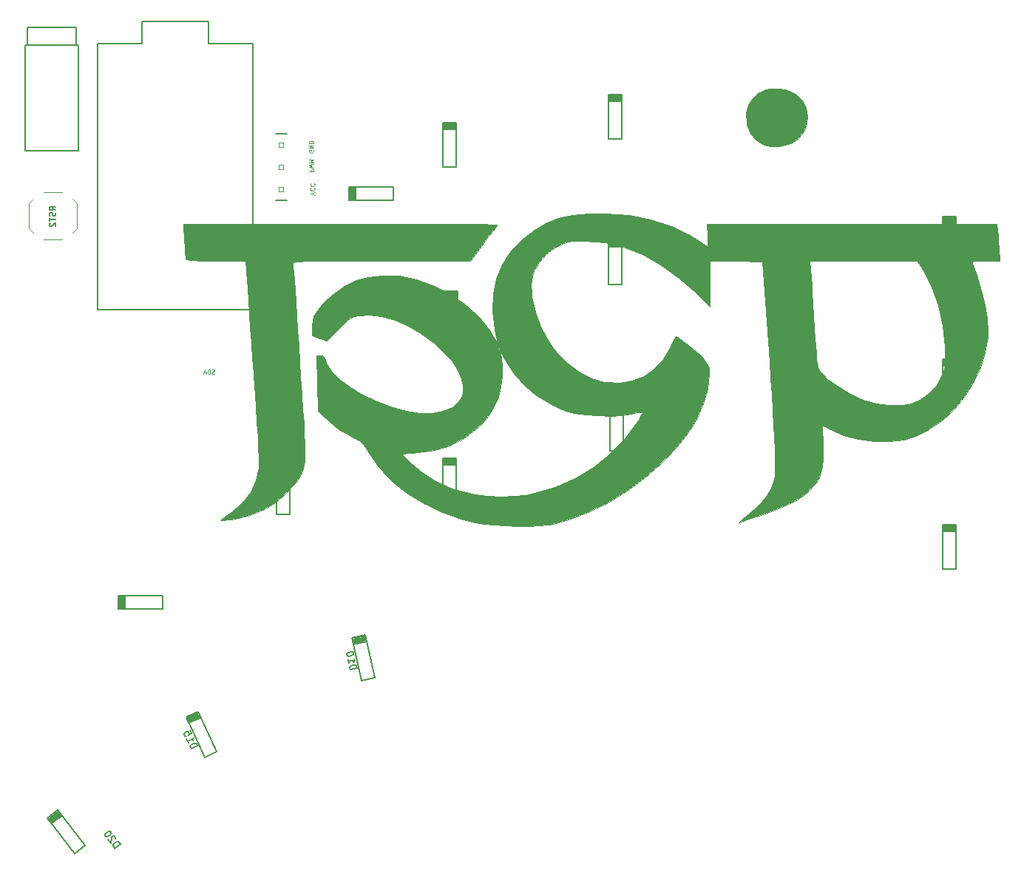
<source format=gbr>
%TF.GenerationSoftware,KiCad,Pcbnew,(5.1.7)-1*%
%TF.CreationDate,2021-07-11T12:46:22+05:30*%
%TF.ProjectId,Pankh,50616e6b-682e-46b6-9963-61645f706362,rev?*%
%TF.SameCoordinates,Original*%
%TF.FileFunction,Legend,Bot*%
%TF.FilePolarity,Positive*%
%FSLAX46Y46*%
G04 Gerber Fmt 4.6, Leading zero omitted, Abs format (unit mm)*
G04 Created by KiCad (PCBNEW (5.1.7)-1) date 2021-07-11 12:46:22*
%MOMM*%
%LPD*%
G01*
G04 APERTURE LIST*
%ADD10C,0.125000*%
%ADD11C,0.010000*%
%ADD12C,0.150000*%
%ADD13C,0.120000*%
%ADD14C,0.203200*%
%ADD15C,0.066040*%
G04 APERTURE END LIST*
D10*
X124412787Y-68023893D02*
X123912787Y-67857227D01*
X124412787Y-67690560D01*
X123960406Y-67238179D02*
X123936597Y-67261988D01*
X123912787Y-67333417D01*
X123912787Y-67381036D01*
X123936597Y-67452465D01*
X123984216Y-67500084D01*
X124031835Y-67523893D01*
X124127073Y-67547703D01*
X124198501Y-67547703D01*
X124293739Y-67523893D01*
X124341358Y-67500084D01*
X124388978Y-67452465D01*
X124412787Y-67381036D01*
X124412787Y-67333417D01*
X124388978Y-67261988D01*
X124365168Y-67238179D01*
X123960406Y-66738179D02*
X123936597Y-66761988D01*
X123912787Y-66833417D01*
X123912787Y-66881036D01*
X123936597Y-66952465D01*
X123984216Y-67000084D01*
X124031835Y-67023893D01*
X124127073Y-67047703D01*
X124198501Y-67047703D01*
X124293739Y-67023893D01*
X124341358Y-67000084D01*
X124388978Y-66952465D01*
X124412787Y-66881036D01*
X124412787Y-66833417D01*
X124388978Y-66761988D01*
X124365168Y-66738179D01*
X123785786Y-65392607D02*
X124285786Y-65392607D01*
X124285786Y-65202131D01*
X124261977Y-65154512D01*
X124238167Y-65130703D01*
X124190548Y-65106893D01*
X124119119Y-65106893D01*
X124071500Y-65130703D01*
X124047691Y-65154512D01*
X124023881Y-65202131D01*
X124023881Y-65392607D01*
X124285786Y-64940227D02*
X123785786Y-64821179D01*
X124142929Y-64725941D01*
X123785786Y-64630703D01*
X124285786Y-64511655D01*
X123785786Y-64321179D02*
X124285786Y-64321179D01*
X123928643Y-64154512D01*
X124285786Y-63987846D01*
X123785786Y-63987846D01*
X124261979Y-62912180D02*
X124285788Y-62959799D01*
X124285788Y-63031228D01*
X124261979Y-63102656D01*
X124214359Y-63150275D01*
X124166740Y-63174085D01*
X124071502Y-63197894D01*
X124000074Y-63197894D01*
X123904836Y-63174085D01*
X123857217Y-63150275D01*
X123809598Y-63102656D01*
X123785788Y-63031228D01*
X123785788Y-62983608D01*
X123809598Y-62912180D01*
X123833407Y-62888370D01*
X124000074Y-62888370D01*
X124000074Y-62983608D01*
X123785788Y-62674085D02*
X124285788Y-62674085D01*
X123785788Y-62388370D01*
X124285788Y-62388370D01*
X123785788Y-62150275D02*
X124285788Y-62150275D01*
X124285788Y-62031228D01*
X124261979Y-61959799D01*
X124214359Y-61912180D01*
X124166740Y-61888370D01*
X124071502Y-61864561D01*
X124000074Y-61864561D01*
X123904836Y-61888370D01*
X123857217Y-61912180D01*
X123809598Y-61959799D01*
X123785788Y-62031228D01*
X123785788Y-62150275D01*
X112935118Y-88514608D02*
X112863690Y-88538418D01*
X112744642Y-88538418D01*
X112697023Y-88514608D01*
X112673214Y-88490799D01*
X112649404Y-88443180D01*
X112649404Y-88395561D01*
X112673214Y-88347942D01*
X112697023Y-88324132D01*
X112744642Y-88300323D01*
X112839880Y-88276513D01*
X112887499Y-88252704D01*
X112911309Y-88228894D01*
X112935118Y-88181275D01*
X112935118Y-88133656D01*
X112911309Y-88086037D01*
X112887499Y-88062228D01*
X112839880Y-88038418D01*
X112720833Y-88038418D01*
X112649404Y-88062228D01*
X112435118Y-88538418D02*
X112435118Y-88038418D01*
X112316071Y-88038418D01*
X112244642Y-88062228D01*
X112197023Y-88109847D01*
X112173214Y-88157466D01*
X112149404Y-88252704D01*
X112149404Y-88324132D01*
X112173214Y-88419370D01*
X112197023Y-88466989D01*
X112244642Y-88514608D01*
X112316071Y-88538418D01*
X112435118Y-88538418D01*
X111958928Y-88395561D02*
X111720833Y-88395561D01*
X112006547Y-88538418D02*
X111839880Y-88038418D01*
X111673214Y-88538418D01*
D11*
%TO.C,LOGO2*%
G36*
X176618831Y-55892969D02*
G01*
X176094080Y-55991405D01*
X175599709Y-56204633D01*
X175368865Y-56334446D01*
X174552710Y-56964618D01*
X174036937Y-57731688D01*
X173814353Y-58653659D01*
X173877764Y-59748529D01*
X173918570Y-59963311D01*
X174270580Y-60909638D01*
X174861689Y-61660200D01*
X175640268Y-62192934D01*
X176554689Y-62485777D01*
X177553321Y-62516665D01*
X178584537Y-62263534D01*
X178936064Y-62107522D01*
X179792382Y-61517053D01*
X180397115Y-60762010D01*
X180746873Y-59900415D01*
X180838266Y-58990288D01*
X180667904Y-58089649D01*
X180232397Y-57256519D01*
X179528356Y-56548919D01*
X179271052Y-56373980D01*
X178751504Y-56090927D01*
X178259948Y-55939278D01*
X177644722Y-55879982D01*
X177326746Y-55873345D01*
X176618831Y-55892969D01*
G37*
X176618831Y-55892969D02*
X176094080Y-55991405D01*
X175599709Y-56204633D01*
X175368865Y-56334446D01*
X174552710Y-56964618D01*
X174036937Y-57731688D01*
X173814353Y-58653659D01*
X173877764Y-59748529D01*
X173918570Y-59963311D01*
X174270580Y-60909638D01*
X174861689Y-61660200D01*
X175640268Y-62192934D01*
X176554689Y-62485777D01*
X177553321Y-62516665D01*
X178584537Y-62263534D01*
X178936064Y-62107522D01*
X179792382Y-61517053D01*
X180397115Y-60762010D01*
X180746873Y-59900415D01*
X180838266Y-58990288D01*
X180667904Y-58089649D01*
X180232397Y-57256519D01*
X179528356Y-56548919D01*
X179271052Y-56373980D01*
X178751504Y-56090927D01*
X178259948Y-55939278D01*
X177644722Y-55879982D01*
X177326746Y-55873345D01*
X176618831Y-55892969D01*
G36*
X109487668Y-73247058D02*
G01*
X109534125Y-74031069D01*
X109582209Y-74698698D01*
X109625776Y-75172105D01*
X109654692Y-75363724D01*
X109764827Y-75440302D01*
X110063689Y-75497586D01*
X110584362Y-75537602D01*
X111359928Y-75562375D01*
X112423470Y-75573932D01*
X113111949Y-75575391D01*
X116503930Y-75575391D01*
X116515133Y-76041058D01*
X116529256Y-76287899D01*
X116566211Y-76842624D01*
X116623868Y-77675370D01*
X116700093Y-78756275D01*
X116792753Y-80055478D01*
X116899718Y-81543117D01*
X117018854Y-83189329D01*
X117148028Y-84964253D01*
X117285109Y-86838027D01*
X117322248Y-87344058D01*
X117508994Y-89926466D01*
X117665684Y-92180255D01*
X117792808Y-94114091D01*
X117890854Y-95736640D01*
X117960310Y-97056569D01*
X118001666Y-98082544D01*
X118015411Y-98823233D01*
X118002031Y-99287302D01*
X117998055Y-99330369D01*
X117680996Y-100768155D01*
X117047390Y-102103898D01*
X116108468Y-103320733D01*
X114875462Y-104401795D01*
X114403344Y-104727570D01*
X113950059Y-105038937D01*
X113673882Y-105262136D01*
X113626280Y-105354798D01*
X113641344Y-105354889D01*
X113930191Y-105323080D01*
X114432825Y-105264603D01*
X114895263Y-105209523D01*
X116745583Y-104830046D01*
X118473472Y-104144072D01*
X119796066Y-103364057D01*
X120404190Y-102884792D01*
X121086497Y-102245228D01*
X121749162Y-101543014D01*
X122298360Y-100875794D01*
X122564344Y-100483044D01*
X122740965Y-100180728D01*
X122892029Y-99902368D01*
X123017751Y-99621610D01*
X123118352Y-99312103D01*
X123194048Y-98947494D01*
X123245057Y-98501430D01*
X123271598Y-97947559D01*
X123273888Y-97259527D01*
X123252145Y-96410983D01*
X123206587Y-95375574D01*
X123137433Y-94126948D01*
X123044900Y-92638751D01*
X122929205Y-90884631D01*
X122790568Y-88838235D01*
X122674694Y-87140169D01*
X122545237Y-85238959D01*
X122422819Y-83433188D01*
X122309377Y-81751941D01*
X122206847Y-80224301D01*
X122117167Y-78879352D01*
X122042273Y-77746179D01*
X121984103Y-76853865D01*
X121944592Y-76231494D01*
X121925678Y-75908149D01*
X121924284Y-75871724D01*
X121939371Y-75810136D01*
X122002110Y-75757698D01*
X122137585Y-75713678D01*
X122370880Y-75677345D01*
X122727080Y-75647966D01*
X123231269Y-75624810D01*
X123908531Y-75607143D01*
X124783949Y-75594234D01*
X125882608Y-75585352D01*
X127229593Y-75579762D01*
X128849986Y-75576735D01*
X130768873Y-75575536D01*
X132077381Y-75575391D01*
X142232166Y-75575391D01*
X143761381Y-73550298D01*
X144295396Y-72837324D01*
X144748136Y-72221814D01*
X145083967Y-71753090D01*
X145267260Y-71480470D01*
X145290597Y-71433631D01*
X145124933Y-71421212D01*
X144642621Y-71409289D01*
X143865677Y-71397974D01*
X142816120Y-71387381D01*
X141515968Y-71377620D01*
X139987237Y-71368805D01*
X138251946Y-71361048D01*
X136332112Y-71354461D01*
X134249753Y-71349156D01*
X132026886Y-71345246D01*
X129685530Y-71342843D01*
X127338258Y-71342058D01*
X109385919Y-71342058D01*
X109487668Y-73247058D01*
G37*
X109487668Y-73247058D02*
X109534125Y-74031069D01*
X109582209Y-74698698D01*
X109625776Y-75172105D01*
X109654692Y-75363724D01*
X109764827Y-75440302D01*
X110063689Y-75497586D01*
X110584362Y-75537602D01*
X111359928Y-75562375D01*
X112423470Y-75573932D01*
X113111949Y-75575391D01*
X116503930Y-75575391D01*
X116515133Y-76041058D01*
X116529256Y-76287899D01*
X116566211Y-76842624D01*
X116623868Y-77675370D01*
X116700093Y-78756275D01*
X116792753Y-80055478D01*
X116899718Y-81543117D01*
X117018854Y-83189329D01*
X117148028Y-84964253D01*
X117285109Y-86838027D01*
X117322248Y-87344058D01*
X117508994Y-89926466D01*
X117665684Y-92180255D01*
X117792808Y-94114091D01*
X117890854Y-95736640D01*
X117960310Y-97056569D01*
X118001666Y-98082544D01*
X118015411Y-98823233D01*
X118002031Y-99287302D01*
X117998055Y-99330369D01*
X117680996Y-100768155D01*
X117047390Y-102103898D01*
X116108468Y-103320733D01*
X114875462Y-104401795D01*
X114403344Y-104727570D01*
X113950059Y-105038937D01*
X113673882Y-105262136D01*
X113626280Y-105354798D01*
X113641344Y-105354889D01*
X113930191Y-105323080D01*
X114432825Y-105264603D01*
X114895263Y-105209523D01*
X116745583Y-104830046D01*
X118473472Y-104144072D01*
X119796066Y-103364057D01*
X120404190Y-102884792D01*
X121086497Y-102245228D01*
X121749162Y-101543014D01*
X122298360Y-100875794D01*
X122564344Y-100483044D01*
X122740965Y-100180728D01*
X122892029Y-99902368D01*
X123017751Y-99621610D01*
X123118352Y-99312103D01*
X123194048Y-98947494D01*
X123245057Y-98501430D01*
X123271598Y-97947559D01*
X123273888Y-97259527D01*
X123252145Y-96410983D01*
X123206587Y-95375574D01*
X123137433Y-94126948D01*
X123044900Y-92638751D01*
X122929205Y-90884631D01*
X122790568Y-88838235D01*
X122674694Y-87140169D01*
X122545237Y-85238959D01*
X122422819Y-83433188D01*
X122309377Y-81751941D01*
X122206847Y-80224301D01*
X122117167Y-78879352D01*
X122042273Y-77746179D01*
X121984103Y-76853865D01*
X121944592Y-76231494D01*
X121925678Y-75908149D01*
X121924284Y-75871724D01*
X121939371Y-75810136D01*
X122002110Y-75757698D01*
X122137585Y-75713678D01*
X122370880Y-75677345D01*
X122727080Y-75647966D01*
X123231269Y-75624810D01*
X123908531Y-75607143D01*
X124783949Y-75594234D01*
X125882608Y-75585352D01*
X127229593Y-75579762D01*
X128849986Y-75576735D01*
X130768873Y-75575536D01*
X132077381Y-75575391D01*
X142232166Y-75575391D01*
X143761381Y-73550298D01*
X144295396Y-72837324D01*
X144748136Y-72221814D01*
X145083967Y-71753090D01*
X145267260Y-71480470D01*
X145290597Y-71433631D01*
X145124933Y-71421212D01*
X144642621Y-71409289D01*
X143865677Y-71397974D01*
X142816120Y-71387381D01*
X141515968Y-71377620D01*
X139987237Y-71368805D01*
X138251946Y-71361048D01*
X136332112Y-71354461D01*
X134249753Y-71349156D01*
X132026886Y-71345246D01*
X129685530Y-71342843D01*
X127338258Y-71342058D01*
X109385919Y-71342058D01*
X109487668Y-73247058D01*
G36*
X155729271Y-70197130D02*
G01*
X153918356Y-70366919D01*
X152321038Y-70731707D01*
X150858891Y-71314986D01*
X149625327Y-72025295D01*
X148064283Y-73221368D01*
X146807015Y-74557804D01*
X145852331Y-76038267D01*
X145199042Y-77666419D01*
X144845956Y-79445924D01*
X144791883Y-81380444D01*
X145035632Y-83473643D01*
X145388809Y-85058058D01*
X145375335Y-85128189D01*
X145239918Y-84935430D01*
X145009996Y-84520831D01*
X144942412Y-84390163D01*
X144511018Y-83683291D01*
X143903767Y-82871074D01*
X143204887Y-82065083D01*
X143116748Y-81971867D01*
X141528181Y-80520007D01*
X139790485Y-79316002D01*
X137942565Y-78373869D01*
X136023326Y-77707624D01*
X134071672Y-77331283D01*
X132126507Y-77258862D01*
X130539376Y-77440630D01*
X129197031Y-77841420D01*
X127841642Y-78514513D01*
X126552422Y-79406354D01*
X125408582Y-80463385D01*
X124612437Y-81447901D01*
X124314613Y-81948740D01*
X124167509Y-82434372D01*
X124124347Y-83069480D01*
X124123930Y-83167649D01*
X124123930Y-84179555D01*
X124916095Y-84449473D01*
X125388915Y-84605595D01*
X125712247Y-84703062D01*
X125787118Y-84719391D01*
X125929159Y-84604894D01*
X126253515Y-84294607D01*
X126709309Y-83838334D01*
X127153953Y-83381361D01*
X127739592Y-82783701D01*
X128172806Y-82384522D01*
X128529896Y-82132542D01*
X128887159Y-81976481D01*
X129320897Y-81865059D01*
X129449965Y-81838221D01*
X130714013Y-81740850D01*
X132102563Y-81919797D01*
X133573282Y-82356662D01*
X135083836Y-83033041D01*
X136591889Y-83930533D01*
X138055107Y-85030736D01*
X139194597Y-86074058D01*
X140102829Y-87066320D01*
X140740272Y-87975088D01*
X141141351Y-88863638D01*
X141340487Y-89795245D01*
X141364063Y-90061852D01*
X141385070Y-90666837D01*
X141328619Y-91066109D01*
X141162891Y-91389533D01*
X140982393Y-91619534D01*
X140157983Y-92340987D01*
X139115000Y-92818896D01*
X137870366Y-93053103D01*
X136441005Y-93043452D01*
X134843837Y-92789785D01*
X133095785Y-92291944D01*
X131574597Y-91706920D01*
X129902593Y-90915177D01*
X128468030Y-90071656D01*
X127294486Y-89194577D01*
X126405542Y-88302155D01*
X125824778Y-87412610D01*
X125729976Y-87191427D01*
X125512043Y-86706339D01*
X125296575Y-86472959D01*
X125011643Y-86412724D01*
X124590699Y-86412724D01*
X124703572Y-89587724D01*
X124816446Y-92762724D01*
X125992273Y-93889051D01*
X127171111Y-94873202D01*
X128432993Y-95622743D01*
X128524054Y-95667051D01*
X129175358Y-95989631D01*
X129619882Y-96259585D01*
X129949619Y-96562566D01*
X130256559Y-96984224D01*
X130632696Y-97610212D01*
X130658403Y-97654303D01*
X131814593Y-99312518D01*
X133259699Y-100836247D01*
X134964192Y-102206274D01*
X136898540Y-103403381D01*
X139033215Y-104408354D01*
X141338686Y-105201976D01*
X142835263Y-105578228D01*
X143795280Y-105739594D01*
X144972956Y-105864566D01*
X146281094Y-105950704D01*
X147632494Y-105995573D01*
X148939957Y-105996736D01*
X150116285Y-105951754D01*
X151074278Y-105858191D01*
X151330647Y-105815667D01*
X153499179Y-105255604D01*
X155724185Y-104405495D01*
X157954516Y-103296407D01*
X160139024Y-101959404D01*
X162226561Y-100425552D01*
X164165978Y-98725918D01*
X165775735Y-97042216D01*
X167133165Y-95327978D01*
X168176732Y-93645209D01*
X168509216Y-92894674D01*
X161988991Y-92894674D01*
X161928618Y-93047161D01*
X161729307Y-93400457D01*
X161492434Y-93785302D01*
X159987156Y-95855071D01*
X158262862Y-97677052D01*
X156339593Y-99237886D01*
X154237387Y-100524212D01*
X151976283Y-101522671D01*
X149576321Y-102219902D01*
X148544266Y-102417657D01*
X147242231Y-102553700D01*
X145751407Y-102583851D01*
X144203380Y-102512008D01*
X142729738Y-102342072D01*
X142084872Y-102226275D01*
X140107769Y-101656662D01*
X138211157Y-100792270D01*
X136468358Y-99671131D01*
X135364913Y-98740465D01*
X134923882Y-98308223D01*
X134600185Y-97962134D01*
X134455675Y-97768867D01*
X134453263Y-97757813D01*
X134610701Y-97699803D01*
X135035859Y-97638253D01*
X135658006Y-97581682D01*
X136189517Y-97548748D01*
X138120432Y-97303199D01*
X139877693Y-96769435D01*
X141473726Y-95942206D01*
X142920957Y-94816261D01*
X143131821Y-94615577D01*
X143989700Y-93704529D01*
X144624385Y-92836590D01*
X145111703Y-91895868D01*
X145399809Y-91149102D01*
X145666966Y-90101661D01*
X145823884Y-88891399D01*
X145860080Y-87666428D01*
X145765072Y-86574861D01*
X145735018Y-86412724D01*
X145700854Y-86167221D01*
X145756474Y-86156488D01*
X145921893Y-86402735D01*
X146217125Y-86928171D01*
X146244025Y-86977554D01*
X147170981Y-88386134D01*
X148350264Y-89714642D01*
X149711409Y-90903755D01*
X151183950Y-91894152D01*
X152697421Y-92626514D01*
X153142495Y-92784955D01*
X154199064Y-93044078D01*
X155480502Y-93227559D01*
X156880519Y-93330686D01*
X158292828Y-93348745D01*
X159611141Y-93277022D01*
X160688488Y-93119569D01*
X161293268Y-92997526D01*
X161751280Y-92916780D01*
X161978689Y-92891830D01*
X161988991Y-92894674D01*
X168509216Y-92894674D01*
X168924370Y-91957528D01*
X169394016Y-90228560D01*
X169515777Y-89456868D01*
X169593804Y-88577242D01*
X169549386Y-87917327D01*
X169350367Y-87370425D01*
X168964591Y-86829837D01*
X168606427Y-86439549D01*
X168229097Y-86081768D01*
X167734848Y-85657575D01*
X167187009Y-85215512D01*
X166648908Y-84804120D01*
X166183872Y-84471942D01*
X165855229Y-84267521D01*
X165728163Y-84233298D01*
X165642846Y-84405348D01*
X165450098Y-84803322D01*
X165188468Y-85347555D01*
X165136152Y-85456744D01*
X164311183Y-86833520D01*
X163293051Y-87949639D01*
X162108547Y-88790860D01*
X160784460Y-89342944D01*
X159347581Y-89591651D01*
X157824698Y-89522741D01*
X157567263Y-89479902D01*
X156072565Y-89039345D01*
X154647778Y-88300723D01*
X153323741Y-87302376D01*
X152131288Y-86082643D01*
X151814140Y-85650724D01*
X145629263Y-85650724D01*
X145544597Y-85735391D01*
X145459930Y-85650724D01*
X145544597Y-85566058D01*
X145629263Y-85650724D01*
X151814140Y-85650724D01*
X151101258Y-84679864D01*
X150264486Y-83132379D01*
X149651810Y-81478528D01*
X149294065Y-79756649D01*
X149232984Y-79117731D01*
X149196116Y-78334396D01*
X149215639Y-77765375D01*
X149305780Y-77288951D01*
X149480767Y-76783405D01*
X149516151Y-76695225D01*
X150061691Y-75745083D01*
X150872351Y-74856938D01*
X151874725Y-74102524D01*
X152535004Y-73745135D01*
X153001005Y-73542312D01*
X153416430Y-73412685D01*
X153877424Y-73341777D01*
X154480128Y-73315109D01*
X155320685Y-73318202D01*
X155365930Y-73318813D01*
X157601992Y-73509637D01*
X159783241Y-74022129D01*
X161916962Y-74859665D01*
X164010442Y-76025620D01*
X166070966Y-77523372D01*
X167845800Y-79102147D01*
X169674597Y-80868993D01*
X169674597Y-75567576D01*
X172677242Y-75613817D01*
X175679888Y-75660058D01*
X176489124Y-87090058D01*
X176626041Y-89057554D01*
X176753188Y-90950468D01*
X176868763Y-92737679D01*
X176970965Y-94388067D01*
X177057994Y-95870511D01*
X177128048Y-97153891D01*
X177179327Y-98207086D01*
X177210030Y-98998975D01*
X177218356Y-99498439D01*
X177214233Y-99620691D01*
X177038930Y-100684419D01*
X176664514Y-101677323D01*
X176062955Y-102641673D01*
X175206223Y-103619743D01*
X174066290Y-104653805D01*
X173653930Y-104990021D01*
X172976597Y-105530901D01*
X174161930Y-105184220D01*
X176047189Y-104569806D01*
X177732689Y-103892545D01*
X179185076Y-103169351D01*
X180370999Y-102417137D01*
X181257104Y-101652816D01*
X181370372Y-101528775D01*
X181832064Y-100960993D01*
X182166134Y-100421838D01*
X182390952Y-99841132D01*
X182524887Y-99148697D01*
X182586309Y-98274355D01*
X182593585Y-97147928D01*
X182589906Y-96869665D01*
X182551214Y-94372606D01*
X183436572Y-94865634D01*
X184960379Y-95547612D01*
X186650307Y-96014755D01*
X188424371Y-96260142D01*
X190200589Y-96276850D01*
X191896980Y-96057958D01*
X193193610Y-95689432D01*
X194751587Y-94939962D01*
X196225394Y-93903194D01*
X197582524Y-92626533D01*
X198790465Y-91157385D01*
X199816711Y-89543154D01*
X200628751Y-87831246D01*
X200876407Y-87059274D01*
X196580633Y-87059274D01*
X196547865Y-87583567D01*
X196473909Y-88009917D01*
X196351884Y-88418355D01*
X196271416Y-88638965D01*
X195658897Y-89802553D01*
X194794028Y-90781087D01*
X193728918Y-91528367D01*
X192515677Y-91998193D01*
X192469797Y-92009373D01*
X191551042Y-92131785D01*
X190434148Y-92128117D01*
X189233965Y-92001649D01*
X188675125Y-91901000D01*
X187219266Y-91480809D01*
X185749849Y-90839990D01*
X184361031Y-90031428D01*
X183146970Y-89108008D01*
X182423125Y-88389457D01*
X182254617Y-88188745D01*
X182126588Y-87989212D01*
X182029542Y-87739027D01*
X181953985Y-87386362D01*
X181890420Y-86879389D01*
X181829352Y-86166279D01*
X181761284Y-85195202D01*
X181717962Y-84540556D01*
X181632148Y-83250839D01*
X181535706Y-81825155D01*
X181437611Y-80394723D01*
X181346839Y-79090762D01*
X181298769Y-78411724D01*
X181096213Y-75575391D01*
X193377015Y-75575391D01*
X193832375Y-76295058D01*
X194965275Y-78400682D01*
X195799489Y-80659923D01*
X196331088Y-83059627D01*
X196550122Y-85396724D01*
X196579092Y-86357004D01*
X196580633Y-87059274D01*
X200876407Y-87059274D01*
X201194077Y-86069066D01*
X201480179Y-84304020D01*
X201509264Y-83563377D01*
X201419779Y-82238022D01*
X201160966Y-80690267D01*
X200747283Y-78982171D01*
X200193190Y-77175793D01*
X199706424Y-75825722D01*
X199710373Y-75707978D01*
X199867356Y-75633172D01*
X200231391Y-75592375D01*
X200856499Y-75576660D01*
X201221134Y-75575391D01*
X202831906Y-75575391D01*
X202755966Y-74178391D01*
X202708243Y-73412712D01*
X202652216Y-72678409D01*
X202598968Y-72118771D01*
X202592269Y-72061724D01*
X202504512Y-71342058D01*
X169287537Y-71342058D01*
X169380929Y-72704618D01*
X169416532Y-73398670D01*
X169403876Y-73795828D01*
X169339662Y-73934870D01*
X169278126Y-73913021D01*
X167356691Y-72618495D01*
X165235788Y-71597655D01*
X162915427Y-70850506D01*
X160395618Y-70377050D01*
X157676372Y-70177290D01*
X155729271Y-70197130D01*
G37*
X155729271Y-70197130D02*
X153918356Y-70366919D01*
X152321038Y-70731707D01*
X150858891Y-71314986D01*
X149625327Y-72025295D01*
X148064283Y-73221368D01*
X146807015Y-74557804D01*
X145852331Y-76038267D01*
X145199042Y-77666419D01*
X144845956Y-79445924D01*
X144791883Y-81380444D01*
X145035632Y-83473643D01*
X145388809Y-85058058D01*
X145375335Y-85128189D01*
X145239918Y-84935430D01*
X145009996Y-84520831D01*
X144942412Y-84390163D01*
X144511018Y-83683291D01*
X143903767Y-82871074D01*
X143204887Y-82065083D01*
X143116748Y-81971867D01*
X141528181Y-80520007D01*
X139790485Y-79316002D01*
X137942565Y-78373869D01*
X136023326Y-77707624D01*
X134071672Y-77331283D01*
X132126507Y-77258862D01*
X130539376Y-77440630D01*
X129197031Y-77841420D01*
X127841642Y-78514513D01*
X126552422Y-79406354D01*
X125408582Y-80463385D01*
X124612437Y-81447901D01*
X124314613Y-81948740D01*
X124167509Y-82434372D01*
X124124347Y-83069480D01*
X124123930Y-83167649D01*
X124123930Y-84179555D01*
X124916095Y-84449473D01*
X125388915Y-84605595D01*
X125712247Y-84703062D01*
X125787118Y-84719391D01*
X125929159Y-84604894D01*
X126253515Y-84294607D01*
X126709309Y-83838334D01*
X127153953Y-83381361D01*
X127739592Y-82783701D01*
X128172806Y-82384522D01*
X128529896Y-82132542D01*
X128887159Y-81976481D01*
X129320897Y-81865059D01*
X129449965Y-81838221D01*
X130714013Y-81740850D01*
X132102563Y-81919797D01*
X133573282Y-82356662D01*
X135083836Y-83033041D01*
X136591889Y-83930533D01*
X138055107Y-85030736D01*
X139194597Y-86074058D01*
X140102829Y-87066320D01*
X140740272Y-87975088D01*
X141141351Y-88863638D01*
X141340487Y-89795245D01*
X141364063Y-90061852D01*
X141385070Y-90666837D01*
X141328619Y-91066109D01*
X141162891Y-91389533D01*
X140982393Y-91619534D01*
X140157983Y-92340987D01*
X139115000Y-92818896D01*
X137870366Y-93053103D01*
X136441005Y-93043452D01*
X134843837Y-92789785D01*
X133095785Y-92291944D01*
X131574597Y-91706920D01*
X129902593Y-90915177D01*
X128468030Y-90071656D01*
X127294486Y-89194577D01*
X126405542Y-88302155D01*
X125824778Y-87412610D01*
X125729976Y-87191427D01*
X125512043Y-86706339D01*
X125296575Y-86472959D01*
X125011643Y-86412724D01*
X124590699Y-86412724D01*
X124703572Y-89587724D01*
X124816446Y-92762724D01*
X125992273Y-93889051D01*
X127171111Y-94873202D01*
X128432993Y-95622743D01*
X128524054Y-95667051D01*
X129175358Y-95989631D01*
X129619882Y-96259585D01*
X129949619Y-96562566D01*
X130256559Y-96984224D01*
X130632696Y-97610212D01*
X130658403Y-97654303D01*
X131814593Y-99312518D01*
X133259699Y-100836247D01*
X134964192Y-102206274D01*
X136898540Y-103403381D01*
X139033215Y-104408354D01*
X141338686Y-105201976D01*
X142835263Y-105578228D01*
X143795280Y-105739594D01*
X144972956Y-105864566D01*
X146281094Y-105950704D01*
X147632494Y-105995573D01*
X148939957Y-105996736D01*
X150116285Y-105951754D01*
X151074278Y-105858191D01*
X151330647Y-105815667D01*
X153499179Y-105255604D01*
X155724185Y-104405495D01*
X157954516Y-103296407D01*
X160139024Y-101959404D01*
X162226561Y-100425552D01*
X164165978Y-98725918D01*
X165775735Y-97042216D01*
X167133165Y-95327978D01*
X168176732Y-93645209D01*
X168509216Y-92894674D01*
X161988991Y-92894674D01*
X161928618Y-93047161D01*
X161729307Y-93400457D01*
X161492434Y-93785302D01*
X159987156Y-95855071D01*
X158262862Y-97677052D01*
X156339593Y-99237886D01*
X154237387Y-100524212D01*
X151976283Y-101522671D01*
X149576321Y-102219902D01*
X148544266Y-102417657D01*
X147242231Y-102553700D01*
X145751407Y-102583851D01*
X144203380Y-102512008D01*
X142729738Y-102342072D01*
X142084872Y-102226275D01*
X140107769Y-101656662D01*
X138211157Y-100792270D01*
X136468358Y-99671131D01*
X135364913Y-98740465D01*
X134923882Y-98308223D01*
X134600185Y-97962134D01*
X134455675Y-97768867D01*
X134453263Y-97757813D01*
X134610701Y-97699803D01*
X135035859Y-97638253D01*
X135658006Y-97581682D01*
X136189517Y-97548748D01*
X138120432Y-97303199D01*
X139877693Y-96769435D01*
X141473726Y-95942206D01*
X142920957Y-94816261D01*
X143131821Y-94615577D01*
X143989700Y-93704529D01*
X144624385Y-92836590D01*
X145111703Y-91895868D01*
X145399809Y-91149102D01*
X145666966Y-90101661D01*
X145823884Y-88891399D01*
X145860080Y-87666428D01*
X145765072Y-86574861D01*
X145735018Y-86412724D01*
X145700854Y-86167221D01*
X145756474Y-86156488D01*
X145921893Y-86402735D01*
X146217125Y-86928171D01*
X146244025Y-86977554D01*
X147170981Y-88386134D01*
X148350264Y-89714642D01*
X149711409Y-90903755D01*
X151183950Y-91894152D01*
X152697421Y-92626514D01*
X153142495Y-92784955D01*
X154199064Y-93044078D01*
X155480502Y-93227559D01*
X156880519Y-93330686D01*
X158292828Y-93348745D01*
X159611141Y-93277022D01*
X160688488Y-93119569D01*
X161293268Y-92997526D01*
X161751280Y-92916780D01*
X161978689Y-92891830D01*
X161988991Y-92894674D01*
X168509216Y-92894674D01*
X168924370Y-91957528D01*
X169394016Y-90228560D01*
X169515777Y-89456868D01*
X169593804Y-88577242D01*
X169549386Y-87917327D01*
X169350367Y-87370425D01*
X168964591Y-86829837D01*
X168606427Y-86439549D01*
X168229097Y-86081768D01*
X167734848Y-85657575D01*
X167187009Y-85215512D01*
X166648908Y-84804120D01*
X166183872Y-84471942D01*
X165855229Y-84267521D01*
X165728163Y-84233298D01*
X165642846Y-84405348D01*
X165450098Y-84803322D01*
X165188468Y-85347555D01*
X165136152Y-85456744D01*
X164311183Y-86833520D01*
X163293051Y-87949639D01*
X162108547Y-88790860D01*
X160784460Y-89342944D01*
X159347581Y-89591651D01*
X157824698Y-89522741D01*
X157567263Y-89479902D01*
X156072565Y-89039345D01*
X154647778Y-88300723D01*
X153323741Y-87302376D01*
X152131288Y-86082643D01*
X151814140Y-85650724D01*
X145629263Y-85650724D01*
X145544597Y-85735391D01*
X145459930Y-85650724D01*
X145544597Y-85566058D01*
X145629263Y-85650724D01*
X151814140Y-85650724D01*
X151101258Y-84679864D01*
X150264486Y-83132379D01*
X149651810Y-81478528D01*
X149294065Y-79756649D01*
X149232984Y-79117731D01*
X149196116Y-78334396D01*
X149215639Y-77765375D01*
X149305780Y-77288951D01*
X149480767Y-76783405D01*
X149516151Y-76695225D01*
X150061691Y-75745083D01*
X150872351Y-74856938D01*
X151874725Y-74102524D01*
X152535004Y-73745135D01*
X153001005Y-73542312D01*
X153416430Y-73412685D01*
X153877424Y-73341777D01*
X154480128Y-73315109D01*
X155320685Y-73318202D01*
X155365930Y-73318813D01*
X157601992Y-73509637D01*
X159783241Y-74022129D01*
X161916962Y-74859665D01*
X164010442Y-76025620D01*
X166070966Y-77523372D01*
X167845800Y-79102147D01*
X169674597Y-80868993D01*
X169674597Y-75567576D01*
X172677242Y-75613817D01*
X175679888Y-75660058D01*
X176489124Y-87090058D01*
X176626041Y-89057554D01*
X176753188Y-90950468D01*
X176868763Y-92737679D01*
X176970965Y-94388067D01*
X177057994Y-95870511D01*
X177128048Y-97153891D01*
X177179327Y-98207086D01*
X177210030Y-98998975D01*
X177218356Y-99498439D01*
X177214233Y-99620691D01*
X177038930Y-100684419D01*
X176664514Y-101677323D01*
X176062955Y-102641673D01*
X175206223Y-103619743D01*
X174066290Y-104653805D01*
X173653930Y-104990021D01*
X172976597Y-105530901D01*
X174161930Y-105184220D01*
X176047189Y-104569806D01*
X177732689Y-103892545D01*
X179185076Y-103169351D01*
X180370999Y-102417137D01*
X181257104Y-101652816D01*
X181370372Y-101528775D01*
X181832064Y-100960993D01*
X182166134Y-100421838D01*
X182390952Y-99841132D01*
X182524887Y-99148697D01*
X182586309Y-98274355D01*
X182593585Y-97147928D01*
X182589906Y-96869665D01*
X182551214Y-94372606D01*
X183436572Y-94865634D01*
X184960379Y-95547612D01*
X186650307Y-96014755D01*
X188424371Y-96260142D01*
X190200589Y-96276850D01*
X191896980Y-96057958D01*
X193193610Y-95689432D01*
X194751587Y-94939962D01*
X196225394Y-93903194D01*
X197582524Y-92626533D01*
X198790465Y-91157385D01*
X199816711Y-89543154D01*
X200628751Y-87831246D01*
X200876407Y-87059274D01*
X196580633Y-87059274D01*
X196547865Y-87583567D01*
X196473909Y-88009917D01*
X196351884Y-88418355D01*
X196271416Y-88638965D01*
X195658897Y-89802553D01*
X194794028Y-90781087D01*
X193728918Y-91528367D01*
X192515677Y-91998193D01*
X192469797Y-92009373D01*
X191551042Y-92131785D01*
X190434148Y-92128117D01*
X189233965Y-92001649D01*
X188675125Y-91901000D01*
X187219266Y-91480809D01*
X185749849Y-90839990D01*
X184361031Y-90031428D01*
X183146970Y-89108008D01*
X182423125Y-88389457D01*
X182254617Y-88188745D01*
X182126588Y-87989212D01*
X182029542Y-87739027D01*
X181953985Y-87386362D01*
X181890420Y-86879389D01*
X181829352Y-86166279D01*
X181761284Y-85195202D01*
X181717962Y-84540556D01*
X181632148Y-83250839D01*
X181535706Y-81825155D01*
X181437611Y-80394723D01*
X181346839Y-79090762D01*
X181298769Y-78411724D01*
X181096213Y-75575391D01*
X193377015Y-75575391D01*
X193832375Y-76295058D01*
X194965275Y-78400682D01*
X195799489Y-80659923D01*
X196331088Y-83059627D01*
X196550122Y-85396724D01*
X196579092Y-86357004D01*
X196580633Y-87059274D01*
X200876407Y-87059274D01*
X201194077Y-86069066D01*
X201480179Y-84304020D01*
X201509264Y-83563377D01*
X201419779Y-82238022D01*
X201160966Y-80690267D01*
X200747283Y-78982171D01*
X200193190Y-77175793D01*
X199706424Y-75825722D01*
X199710373Y-75707978D01*
X199867356Y-75633172D01*
X200231391Y-75592375D01*
X200856499Y-75576660D01*
X201221134Y-75575391D01*
X202831906Y-75575391D01*
X202755966Y-74178391D01*
X202708243Y-73412712D01*
X202652216Y-72678409D01*
X202598968Y-72118771D01*
X202592269Y-72061724D01*
X202504512Y-71342058D01*
X169287537Y-71342058D01*
X169380929Y-72704618D01*
X169416532Y-73398670D01*
X169403876Y-73795828D01*
X169339662Y-73934870D01*
X169278126Y-73913021D01*
X167356691Y-72618495D01*
X165235788Y-71597655D01*
X162915427Y-70850506D01*
X160395618Y-70377050D01*
X157676372Y-70177290D01*
X155729271Y-70197130D01*
D12*
%TO.C,U1*%
X117357177Y-50732930D02*
X117357177Y-81212930D01*
X112277177Y-50732930D02*
X117357177Y-50732930D01*
X112277177Y-48192930D02*
X112277177Y-50732930D01*
X104657177Y-48192930D02*
X112277177Y-48192930D01*
X104657177Y-50732930D02*
X104657177Y-48192930D01*
X99577177Y-50732930D02*
X104657177Y-50732930D01*
X99577177Y-81212930D02*
X99577177Y-50732930D01*
X117357177Y-81212930D02*
X99577177Y-81212930D01*
%TO.C,J2*%
X91243977Y-50847227D02*
X97343977Y-50847227D01*
X91243977Y-62947227D02*
X97343977Y-62947227D01*
X91243977Y-50847227D02*
X91243977Y-62947227D01*
X97343977Y-50847227D02*
X97343977Y-62947227D01*
X91493977Y-50847227D02*
X91493977Y-48847227D01*
X97093977Y-50847227D02*
X97093977Y-48847227D01*
X91493977Y-48847227D02*
X97093977Y-48847227D01*
%TO.C,D_RE1*%
X102294978Y-115490228D02*
X102294978Y-113966228D01*
X106993978Y-113966228D02*
X106993978Y-115490228D01*
X106993978Y-115490228D02*
X101913978Y-115490228D01*
X106993978Y-115490228D02*
X106485978Y-115490228D01*
X102167978Y-113966228D02*
X102167978Y-115490228D01*
X102421978Y-113966228D02*
X102421978Y-115490228D01*
X101913978Y-115490228D02*
X101913978Y-113966228D01*
X101913978Y-113966228D02*
X106993978Y-113966228D01*
X102675978Y-115490228D02*
X102675978Y-113966228D01*
X102040978Y-115490228D02*
X102040978Y-113966228D01*
X102548978Y-115490228D02*
X102548978Y-113966228D01*
D13*
%TO.C,RST2*%
X95460978Y-67685228D02*
X93380978Y-67685228D01*
X91700978Y-71855228D02*
X92190978Y-72345228D01*
X95460978Y-73125228D02*
X93380978Y-73125228D01*
X91700978Y-68955228D02*
X92190978Y-68465228D01*
X91700978Y-68955228D02*
X91700978Y-71855228D01*
X97140978Y-68955228D02*
X96650978Y-68465228D01*
X97140978Y-68955228D02*
X97140978Y-71855228D01*
X97140978Y-71855228D02*
X96650978Y-72345228D01*
D14*
%TO.C,PWM_PAD2*%
X121217978Y-61007228D02*
X119947978Y-61007228D01*
X121217978Y-68627228D02*
X119947978Y-68627228D01*
D15*
%TO.C,PWM_PAD1*%
X120836978Y-67103228D02*
X120836978Y-67611228D01*
X120836978Y-67611228D02*
X120328978Y-67611228D01*
X120328978Y-67103228D02*
X120328978Y-67611228D01*
X120836978Y-67103228D02*
X120328978Y-67103228D01*
X120836978Y-64563228D02*
X120836978Y-65071228D01*
X120836978Y-65071228D02*
X120328978Y-65071228D01*
X120328978Y-64563228D02*
X120328978Y-65071228D01*
X120836978Y-64563228D02*
X120328978Y-64563228D01*
X120836978Y-62023228D02*
X120836978Y-62531228D01*
X120836978Y-62531228D02*
X120328978Y-62531228D01*
X120328978Y-62023228D02*
X120328978Y-62531228D01*
X120836978Y-62023228D02*
X120328978Y-62023228D01*
D12*
%TO.C,D8*%
X196284398Y-87203120D02*
X197808398Y-87203120D01*
X197808398Y-91902120D02*
X196284398Y-91902120D01*
X196284398Y-91902120D02*
X196284398Y-86822120D01*
X196284398Y-91902120D02*
X196284398Y-91394120D01*
X197808398Y-87076120D02*
X196284398Y-87076120D01*
X197808398Y-87330120D02*
X196284398Y-87330120D01*
X196284398Y-86822120D02*
X197808398Y-86822120D01*
X197808398Y-86822120D02*
X197808398Y-91902120D01*
X196284398Y-87584120D02*
X197808398Y-87584120D01*
X196284398Y-86949120D02*
X197808398Y-86949120D01*
X196284398Y-87457120D02*
X197808398Y-87457120D01*
%TO.C,D28*%
X120056223Y-99965868D02*
X121580223Y-99965868D01*
X121580223Y-104664868D02*
X120056223Y-104664868D01*
X120056223Y-104664868D02*
X120056223Y-99584868D01*
X120056223Y-104664868D02*
X120056223Y-104156868D01*
X121580223Y-99838868D02*
X120056223Y-99838868D01*
X121580223Y-100092868D02*
X120056223Y-100092868D01*
X120056223Y-99584868D02*
X121580223Y-99584868D01*
X121580223Y-99584868D02*
X121580223Y-104664868D01*
X120056223Y-100346868D02*
X121580223Y-100346868D01*
X120056223Y-99711868D02*
X121580223Y-99711868D01*
X120056223Y-100219868D02*
X121580223Y-100219868D01*
%TO.C,D27*%
X119964056Y-81112088D02*
X121488056Y-81112088D01*
X121488056Y-85811088D02*
X119964056Y-85811088D01*
X119964056Y-85811088D02*
X119964056Y-80731088D01*
X119964056Y-85811088D02*
X119964056Y-85303088D01*
X121488056Y-80985088D02*
X119964056Y-80985088D01*
X121488056Y-81239088D02*
X119964056Y-81239088D01*
X119964056Y-80731088D02*
X121488056Y-80731088D01*
X121488056Y-80731088D02*
X121488056Y-85811088D01*
X119964056Y-81493088D02*
X121488056Y-81493088D01*
X119964056Y-80858088D02*
X121488056Y-80858088D01*
X119964056Y-81366088D02*
X121488056Y-81366088D01*
%TO.C,D26*%
X128685578Y-68678029D02*
X128685578Y-67154029D01*
X133384578Y-67154029D02*
X133384578Y-68678029D01*
X133384578Y-68678029D02*
X128304578Y-68678029D01*
X133384578Y-68678029D02*
X132876578Y-68678029D01*
X128558578Y-67154029D02*
X128558578Y-68678029D01*
X128812578Y-67154029D02*
X128812578Y-68678029D01*
X128304578Y-68678029D02*
X128304578Y-67154029D01*
X128304578Y-67154029D02*
X133384578Y-67154029D01*
X129066578Y-68678029D02*
X129066578Y-67154029D01*
X128431578Y-68678029D02*
X128431578Y-67154029D01*
X128939578Y-68678029D02*
X128939578Y-67154029D01*
%TO.C,D24*%
X139068586Y-98557388D02*
X140592586Y-98557388D01*
X140592586Y-103256388D02*
X139068586Y-103256388D01*
X139068586Y-103256388D02*
X139068586Y-98176388D01*
X139068586Y-103256388D02*
X139068586Y-102748388D01*
X140592586Y-98430388D02*
X139068586Y-98430388D01*
X140592586Y-98684388D02*
X139068586Y-98684388D01*
X139068586Y-98176388D02*
X140592586Y-98176388D01*
X140592586Y-98176388D02*
X140592586Y-103256388D01*
X139068586Y-98938388D02*
X140592586Y-98938388D01*
X139068586Y-98303388D02*
X140592586Y-98303388D01*
X139068586Y-98811388D02*
X140592586Y-98811388D01*
%TO.C,D23*%
X139230325Y-79480468D02*
X140754325Y-79480468D01*
X140754325Y-84179468D02*
X139230325Y-84179468D01*
X139230325Y-84179468D02*
X139230325Y-79099468D01*
X139230325Y-84179468D02*
X139230325Y-83671468D01*
X140754325Y-79353468D02*
X139230325Y-79353468D01*
X140754325Y-79607468D02*
X139230325Y-79607468D01*
X139230325Y-79099468D02*
X140754325Y-79099468D01*
X140754325Y-79099468D02*
X140754325Y-84179468D01*
X139230325Y-79861468D02*
X140754325Y-79861468D01*
X139230325Y-79226468D02*
X140754325Y-79226468D01*
X139230325Y-79734468D02*
X140754325Y-79734468D01*
%TO.C,D22*%
X139078369Y-60125384D02*
X140602369Y-60125384D01*
X140602369Y-64824384D02*
X139078369Y-64824384D01*
X139078369Y-64824384D02*
X139078369Y-59744384D01*
X139078369Y-64824384D02*
X139078369Y-64316384D01*
X140602369Y-59998384D02*
X139078369Y-59998384D01*
X140602369Y-60252384D02*
X139078369Y-60252384D01*
X139078369Y-59744384D02*
X140602369Y-59744384D01*
X140602369Y-59744384D02*
X140602369Y-64824384D01*
X139078369Y-60506384D02*
X140602369Y-60506384D01*
X139078369Y-59871384D02*
X140602369Y-59871384D01*
X139078369Y-60379384D02*
X140602369Y-60379384D01*
%TO.C,D20*%
X96886696Y-143496224D02*
X93794188Y-139465989D01*
X93794188Y-139465989D02*
X95003258Y-138538236D01*
X95003258Y-138538236D02*
X98095766Y-142568471D01*
X98095766Y-142568471D02*
X96886696Y-143496224D01*
X96886696Y-143496224D02*
X96577445Y-143093200D01*
X94026126Y-139768256D02*
X95235196Y-138840504D01*
X95157884Y-138739748D02*
X93948813Y-139667500D01*
X93871500Y-139566745D02*
X95080571Y-138638992D01*
X95312509Y-138941260D02*
X94103439Y-139869012D01*
X94180751Y-139969768D02*
X95389822Y-139042016D01*
X94258064Y-140070524D02*
X95467134Y-139142772D01*
%TO.C,D19*%
X158253380Y-92685215D02*
X159777380Y-92685215D01*
X159777380Y-97384215D02*
X158253380Y-97384215D01*
X158253380Y-97384215D02*
X158253380Y-92304215D01*
X158253380Y-97384215D02*
X158253380Y-96876215D01*
X159777380Y-92558215D02*
X158253380Y-92558215D01*
X159777380Y-92812215D02*
X158253380Y-92812215D01*
X158253380Y-92304215D02*
X159777380Y-92304215D01*
X159777380Y-92304215D02*
X159777380Y-97384215D01*
X158253380Y-93066215D02*
X159777380Y-93066215D01*
X158253380Y-92431215D02*
X159777380Y-92431215D01*
X158253380Y-92939215D02*
X159777380Y-92939215D01*
%TO.C,D18*%
X158047978Y-73580226D02*
X159571978Y-73580226D01*
X159571978Y-78279226D02*
X158047978Y-78279226D01*
X158047978Y-78279226D02*
X158047978Y-73199226D01*
X158047978Y-78279226D02*
X158047978Y-77771226D01*
X159571978Y-73453226D02*
X158047978Y-73453226D01*
X159571978Y-73707226D02*
X158047978Y-73707226D01*
X158047978Y-73199226D02*
X159571978Y-73199226D01*
X159571978Y-73199226D02*
X159571978Y-78279226D01*
X158047978Y-73961226D02*
X159571978Y-73961226D01*
X158047978Y-73326226D02*
X159571978Y-73326226D01*
X158047978Y-73834226D02*
X159571978Y-73834226D01*
%TO.C,D17*%
X158047976Y-56943229D02*
X159571976Y-56943229D01*
X159571976Y-61642229D02*
X158047976Y-61642229D01*
X158047976Y-61642229D02*
X158047976Y-56562229D01*
X158047976Y-61642229D02*
X158047976Y-61134229D01*
X159571976Y-56816229D02*
X158047976Y-56816229D01*
X159571976Y-57070229D02*
X158047976Y-57070229D01*
X158047976Y-56562229D02*
X159571976Y-56562229D01*
X159571976Y-56562229D02*
X159571976Y-61642229D01*
X158047976Y-57324229D02*
X159571976Y-57324229D01*
X158047976Y-56689229D02*
X159571976Y-56689229D01*
X158047976Y-57197229D02*
X159571976Y-57197229D01*
%TO.C,D15*%
X111821819Y-132465285D02*
X109674918Y-127861241D01*
X109674918Y-127861241D02*
X111056131Y-127217171D01*
X111056131Y-127217171D02*
X113203032Y-131821215D01*
X113203032Y-131821215D02*
X111821819Y-132465285D01*
X111821819Y-132465285D02*
X111607129Y-132004881D01*
X109835936Y-128206545D02*
X111217149Y-127562474D01*
X111163476Y-127447373D02*
X109782263Y-128091444D01*
X109728591Y-127976342D02*
X111109804Y-127332272D01*
X111270821Y-127677575D02*
X109889608Y-128321646D01*
X109943281Y-128436747D02*
X111324494Y-127792677D01*
X109996953Y-128551848D02*
X111378166Y-127907778D01*
%TO.C,D14*%
X177177387Y-96151187D02*
X178701387Y-96151187D01*
X178701387Y-100850187D02*
X177177387Y-100850187D01*
X177177387Y-100850187D02*
X177177387Y-95770187D01*
X177177387Y-100850187D02*
X177177387Y-100342187D01*
X178701387Y-96024187D02*
X177177387Y-96024187D01*
X178701387Y-96278187D02*
X177177387Y-96278187D01*
X177177387Y-95770187D02*
X178701387Y-95770187D01*
X178701387Y-95770187D02*
X178701387Y-100850187D01*
X177177387Y-96532187D02*
X178701387Y-96532187D01*
X177177387Y-95897187D02*
X178701387Y-95897187D01*
X177177387Y-96405187D02*
X178701387Y-96405187D01*
%TO.C,D13*%
X177206541Y-76844627D02*
X178730541Y-76844627D01*
X178730541Y-81543627D02*
X177206541Y-81543627D01*
X177206541Y-81543627D02*
X177206541Y-76463627D01*
X177206541Y-81543627D02*
X177206541Y-81035627D01*
X178730541Y-76717627D02*
X177206541Y-76717627D01*
X178730541Y-76971627D02*
X177206541Y-76971627D01*
X177206541Y-76463627D02*
X178730541Y-76463627D01*
X178730541Y-76463627D02*
X178730541Y-81543627D01*
X177206541Y-77225627D02*
X178730541Y-77225627D01*
X177206541Y-76590627D02*
X178730541Y-76590627D01*
X177206541Y-77098627D02*
X178730541Y-77098627D01*
%TO.C,D12*%
X177206541Y-57502029D02*
X178730541Y-57502029D01*
X178730541Y-62201029D02*
X177206541Y-62201029D01*
X177206541Y-62201029D02*
X177206541Y-57121029D01*
X177206541Y-62201029D02*
X177206541Y-61693029D01*
X178730541Y-57375029D02*
X177206541Y-57375029D01*
X178730541Y-57629029D02*
X177206541Y-57629029D01*
X177206541Y-57121029D02*
X178730541Y-57121029D01*
X178730541Y-57121029D02*
X178730541Y-62201029D01*
X177206541Y-57883029D02*
X178730541Y-57883029D01*
X177206541Y-57248029D02*
X178730541Y-57248029D01*
X177206541Y-57756029D02*
X178730541Y-57756029D01*
%TO.C,D10*%
X129786796Y-123722945D02*
X128687283Y-118763361D01*
X128687283Y-118763361D02*
X130175158Y-118433507D01*
X130175158Y-118433507D02*
X131274671Y-123393091D01*
X131274671Y-123393091D02*
X129786796Y-123722945D01*
X129786796Y-123722945D02*
X129676845Y-123226986D01*
X128769746Y-119135330D02*
X130257621Y-118805476D01*
X130230134Y-118681486D02*
X128742258Y-119011340D01*
X128714771Y-118887351D02*
X130202646Y-118557497D01*
X130285109Y-118929466D02*
X128797234Y-119259319D01*
X128824722Y-119383309D02*
X130312597Y-119053455D01*
X128852210Y-119507299D02*
X130340085Y-119177445D01*
%TO.C,D9*%
X196284397Y-106238019D02*
X197808397Y-106238019D01*
X197808397Y-110937019D02*
X196284397Y-110937019D01*
X196284397Y-110937019D02*
X196284397Y-105857019D01*
X196284397Y-110937019D02*
X196284397Y-110429019D01*
X197808397Y-106111019D02*
X196284397Y-106111019D01*
X197808397Y-106365019D02*
X196284397Y-106365019D01*
X196284397Y-105857019D02*
X197808397Y-105857019D01*
X197808397Y-105857019D02*
X197808397Y-110937019D01*
X196284397Y-106619019D02*
X197808397Y-106619019D01*
X196284397Y-105984019D02*
X197808397Y-105984019D01*
X196284397Y-106492019D02*
X197808397Y-106492019D01*
%TO.C,D7*%
X196284398Y-70898700D02*
X197808398Y-70898700D01*
X197808398Y-75597700D02*
X196284398Y-75597700D01*
X196284398Y-75597700D02*
X196284398Y-70517700D01*
X196284398Y-75597700D02*
X196284398Y-75089700D01*
X197808398Y-70771700D02*
X196284398Y-70771700D01*
X197808398Y-71025700D02*
X196284398Y-71025700D01*
X196284398Y-70517700D02*
X197808398Y-70517700D01*
X197808398Y-70517700D02*
X197808398Y-75597700D01*
X196284398Y-71279700D02*
X197808398Y-71279700D01*
X196284398Y-70644700D02*
X197808398Y-70644700D01*
X196284398Y-71152700D02*
X197808398Y-71152700D01*
%TD*%
%TO.C,RST2*%
X94737644Y-69788561D02*
X94404311Y-69555228D01*
X94737644Y-69388561D02*
X94037644Y-69388561D01*
X94037644Y-69655228D01*
X94070978Y-69721894D01*
X94104311Y-69755228D01*
X94170978Y-69788561D01*
X94270978Y-69788561D01*
X94337644Y-69755228D01*
X94370978Y-69721894D01*
X94404311Y-69655228D01*
X94404311Y-69388561D01*
X94704311Y-70055228D02*
X94737644Y-70155228D01*
X94737644Y-70321894D01*
X94704311Y-70388561D01*
X94670978Y-70421894D01*
X94604311Y-70455228D01*
X94537644Y-70455228D01*
X94470978Y-70421894D01*
X94437644Y-70388561D01*
X94404311Y-70321894D01*
X94370978Y-70188561D01*
X94337644Y-70121894D01*
X94304311Y-70088561D01*
X94237644Y-70055228D01*
X94170978Y-70055228D01*
X94104311Y-70088561D01*
X94070978Y-70121894D01*
X94037644Y-70188561D01*
X94037644Y-70355228D01*
X94070978Y-70455228D01*
X94037644Y-70655228D02*
X94037644Y-71055228D01*
X94737644Y-70855228D02*
X94037644Y-70855228D01*
X94104311Y-71255228D02*
X94070978Y-71288561D01*
X94037644Y-71355228D01*
X94037644Y-71521894D01*
X94070978Y-71588561D01*
X94104311Y-71621894D01*
X94170978Y-71655228D01*
X94237644Y-71655228D01*
X94337644Y-71621894D01*
X94737644Y-71221894D01*
X94737644Y-71655228D01*
%TO.C,D20*%
X101503994Y-142880646D02*
X102138677Y-142393637D01*
X102022723Y-142242522D01*
X101922927Y-142175044D01*
X101816099Y-142160980D01*
X101732462Y-142177139D01*
X101588379Y-142239680D01*
X101497710Y-142309252D01*
X101400009Y-142432239D01*
X101362754Y-142508844D01*
X101348690Y-142615671D01*
X101388040Y-142729531D01*
X101503994Y-142880646D01*
X101614413Y-141835559D02*
X101621445Y-141782145D01*
X101605286Y-141698508D01*
X101489332Y-141547394D01*
X101412727Y-141510138D01*
X101359313Y-141503106D01*
X101275676Y-141519265D01*
X101215230Y-141565647D01*
X101147752Y-141665443D01*
X101063367Y-142306410D01*
X100761885Y-141913511D01*
X101095086Y-141033603D02*
X101048704Y-140973157D01*
X100972099Y-140935902D01*
X100918686Y-140928870D01*
X100835049Y-140945029D01*
X100690966Y-141007569D01*
X100539851Y-141123524D01*
X100442150Y-141246510D01*
X100404895Y-141323115D01*
X100397863Y-141376529D01*
X100414022Y-141460166D01*
X100460403Y-141520612D01*
X100537008Y-141557867D01*
X100590422Y-141564899D01*
X100674059Y-141548740D01*
X100818142Y-141486200D01*
X100969257Y-141370245D01*
X101066958Y-141247258D01*
X101104213Y-141170654D01*
X101111245Y-141117240D01*
X101095086Y-141033603D01*
%TO.C,D15*%
X110263425Y-131489274D02*
X110988471Y-131151180D01*
X110907972Y-130978550D01*
X110825147Y-130891071D01*
X110723896Y-130854219D01*
X110638744Y-130851892D01*
X110484540Y-130881765D01*
X110380962Y-130930065D01*
X110258958Y-131028990D01*
X110206005Y-131095715D01*
X110169153Y-131196967D01*
X110182926Y-131316644D01*
X110263425Y-131489274D01*
X109748233Y-130384442D02*
X109941430Y-130798754D01*
X109844832Y-130591598D02*
X110569878Y-130253503D01*
X110498499Y-130370855D01*
X110461647Y-130472106D01*
X110459320Y-130557258D01*
X110167384Y-129390353D02*
X110328382Y-129735613D01*
X109999221Y-129931137D01*
X110017648Y-129880511D01*
X110019974Y-129795359D01*
X109939475Y-129622729D01*
X109872750Y-129569777D01*
X109822124Y-129551351D01*
X109736972Y-129549024D01*
X109564342Y-129629523D01*
X109511390Y-129696248D01*
X109492964Y-129746874D01*
X109490637Y-129832026D01*
X109571136Y-130004656D01*
X109637861Y-130057608D01*
X109688487Y-130076034D01*
%TO.C,D10*%
X128476589Y-122432771D02*
X129257626Y-122259619D01*
X129216399Y-122073658D01*
X129154471Y-121970327D01*
X129063596Y-121912433D01*
X128980966Y-121891731D01*
X128823952Y-121887520D01*
X128712375Y-121912256D01*
X128571852Y-121982430D01*
X128505712Y-122036113D01*
X128447819Y-122126988D01*
X128435362Y-122246810D01*
X128476589Y-122432771D01*
X128212739Y-121242620D02*
X128311683Y-121688926D01*
X128262211Y-121465773D02*
X129043247Y-121292621D01*
X128948161Y-121391742D01*
X128890268Y-121482617D01*
X128869566Y-121565247D01*
X128886586Y-120585969D02*
X128870096Y-120511584D01*
X128816413Y-120445445D01*
X128770975Y-120416498D01*
X128688346Y-120395797D01*
X128531331Y-120391586D01*
X128345370Y-120432812D01*
X128204847Y-120502986D01*
X128138707Y-120556669D01*
X128109761Y-120602106D01*
X128089059Y-120684736D01*
X128105550Y-120759121D01*
X128159232Y-120825260D01*
X128204670Y-120854207D01*
X128287300Y-120874908D01*
X128444314Y-120879119D01*
X128630275Y-120837893D01*
X128770799Y-120767719D01*
X128836938Y-120714036D01*
X128865885Y-120668599D01*
X128886586Y-120585969D01*
%TD*%
M02*

</source>
